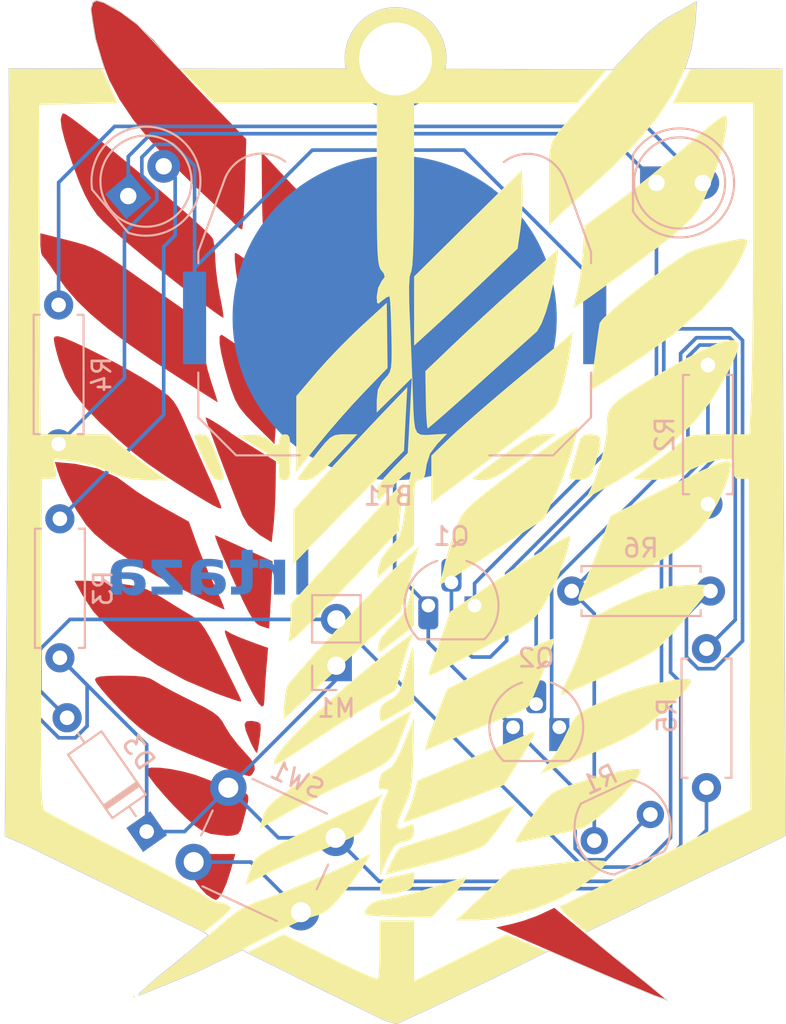
<source format=kicad_pcb>
(kicad_pcb (version 20240108) (generator "pcbnew") (generator_version "8.0")
  (layers (0 "F.Cu" signal) (31 "B.Cu" signal) (34 "B.Paste" user) (35 "F.Paste" user) (36 "B.SilkS" user "B.Silkscreen") (37 "F.SilkS" user "F.Silkscreen") (38 "B.Mask" user) (39 "F.Mask" user) (44 "Edge.Cuts" user))
  (net 0 "")
  (net 1 "VCC")
  (net 2 "GND")
  (net 3 "Net-(D1-A)")
  (net 4 "Net-(D1-K)")
  (net 5 "Net-(D2-A)")
  (net 6 "Net-(D3-A)")
  (net 7 "Net-(Q1-B)")
  (net 8 "Net-(Q2-B)")
  (net 9 "Net-(R1-Pad2)")
  (net 10 "Net-(R5-Pad1)")
  (footprint "1_Art:Blue" (layer "F.Cu") (at 202.810053 82.4158)
    (property "Reference" "" (hide yes))
    (property "Value" "" (hide yes))
    (fp_poly (pts (xy -7.885198 10.694738) (xy -7.608537 10.749148) (xy -7.479435 10.863459) (xy -7.461307 11.123963) (xy -7.512161 11.574557) (xy -7.580405 12.044886) (xy -7.642677 12.366992) (xy -7.670121 12.447403) (xy -7.759662 12.355856) (xy -7.927362 12.052546) (xy -8.039694 11.816347) (xy -8.280539 11.230324) (xy -8.351496 10.873311) (xy -8.247008 10.704964) (xy -7.961516 10.684936)) (fill solid) (layer "F.Cu"))
    (fp_poly (pts (xy -9.111687 18.892236) (xy -9.339341 19.587549) (xy -9.58079 20.123349) (xy -9.8074 20.443466) (xy -9.935999 20.509317) (xy -10.130739 20.420567) (xy -10.440301 20.205639) (xy -10.457379 20.192288) (xy -10.760724 19.875657) (xy -11.095692 19.413163) (xy -11.400334 18.906112) (xy -11.612698 18.455814) (xy -11.674534 18.201868) (xy -11.601291 18.093562) (xy -11.349459 18.026319) (xy -10.870887 17.992728) (xy -10.266448 17.985093) (xy -8.858363 17.985093)) (fill solid) (layer "F.Cu"))
    (fp_poly (pts (xy -9.29139 5.779998) (xy -9.035429 5.922346) (xy -8.581785 6.121219) (xy -8.06468 6.320188) (xy -7.057931 6.683477) (xy -7.157537 7.861815) (xy -7.207063 8.507611) (xy -7.242727 9.086909) (xy -7.257114 9.478546) (xy -7.257143 9.489641) (xy -7.291565 9.826046) (xy -7.400084 9.90633) (xy -7.59058 9.721408) (xy -7.870932 9.262192) (xy -8.249019 8.519597) (xy -8.432852 8.1338) (xy -8.870088 7.193554) (xy -9.176331 6.508655) (xy -9.361432 6.052096) (xy -9.43524 5.796876) (xy -9.407604 5.715989)) (fill solid) (layer "F.Cu"))
    (fp_poly (pts (xy -9.963559 0.500341) (xy -9.774321 0.584082) (xy -9.364372 0.769556) (xy -8.79973 1.0268) (xy -8.323363 1.244722) (xy -6.811969 1.937269) (xy -6.898092 3.768945) (xy -6.933331 4.488765) (xy -6.964864 5.078762) (xy -6.989155 5.476237) (xy -7.002356 5.618463) (xy -7.145257 5.586819) (xy -7.424457 5.496957) (xy -7.593325 5.418752) (xy -7.755086 5.283188) (xy -7.930908 5.053102) (xy -8.141962 4.691332) (xy -8.409415 4.160718) (xy -8.754436 3.424097) (xy -9.198194 2.444308) (xy -9.327108 2.156863) (xy -9.612427 1.50155) (xy -9.827484 0.971413) (xy -9.951798 0.619756) (xy -9.964891 0.499884)) (fill solid) (layer "F.Cu"))
    (fp_poly (pts (xy -9.596354 -10.483116) (xy -9.37057 -10.339125) (xy -8.960548 -10.065973) (xy -8.430938 -9.707906) (xy -7.846384 -9.309175) (xy -7.271536 -8.914028) (xy -6.771039 -8.566714) (xy -6.409542 -8.311481) (xy -6.256502 -8.197102) (xy -6.219041 -7.985754) (xy -6.302116 -7.74621) (xy -6.39365 -7.444184) (xy -6.48712 -6.919209) (xy -6.567468 -6.263406) (xy -6.594998 -5.954428) (xy -6.709327 -4.496274) (xy -7.755276 -5.529794) (xy -8.275696 -6.063346) (xy -8.625787 -6.493918) (xy -8.871935 -6.927154) (xy -9.080529 -7.468697) (xy -9.192824 -7.817372) (xy -9.449842 -8.704541) (xy -9.627941 -9.454113) (xy -9.72137 -10.028085) (xy -9.724374 -10.388457) (xy -9.631202 -10.497225)) (fill solid) (layer "F.Cu"))
    (fp_poly (pts (xy 10.362494 22.349375) (xy 11.127689 22.978918) (xy 11.944488 23.645765) (xy 12.714381 24.269769) (xy 13.331056 24.764577) (xy 13.986825 25.28735) (xy 14.430447 25.644215) (xy 14.697341 25.864889) (xy 14.822928 25.979088) (xy 14.842628 26.016526) (xy 14.821926 26.015336) (xy 14.659434 25.951546) (xy 14.258519 25.786121) (xy 13.671192 25.540741) (xy 12.94946 25.237087) (xy 12.542236 25.065017) (xy 11.564344 24.6494) (xy 10.42302 24.161448) (xy 9.244001 23.655074) (xy 8.153023 23.184193) (xy 7.893572 23.071743) (xy 5.453604 22.013068) (xy 6.315933 21.821707) (xy 6.978636 21.638344) (xy 7.659668 21.395415) (xy 7.917152 21.284422) (xy 8.656044 20.938497)) (fill solid) (layer "F.Cu"))
    (fp_poly (pts (xy -6.275067 -19.285029) (xy -5.286783 -18.246148) (xy -4.195288 -17.132145) (xy -3.092009 -16.034662) (xy -2.06837 -15.045339) (xy -1.695963 -14.695086) (xy -1.26957 -14.285432) (xy -0.952213 -13.956445) (xy -0.799712 -13.766695) (xy -0.793837 -13.748502) (xy -0.850206 -13.610502) (xy -1.030825 -13.381515) (xy -1.368394 -13.025667) (xy -1.895613 -12.507082) (xy -2.138175 -12.273606) (xy -3.076397 -11.373921) (xy -5.127329 -13.2947) (xy -5.858211 -13.996434) (xy -6.471537 -14.619394) (xy -6.934095 -15.127758) (xy -7.212672 -15.485705) (xy -7.277918 -15.614262) (xy -7.315408 -15.91348) (xy -7.349257 -16.458217) (xy -7.376334 -17.178462) (xy -7.393508 -18.004205) (xy -7.396241 -18.259563) (xy -7.414907 -20.506083)) (fill solid) (layer "F.Cu"))
    (fp_poly (pts (xy -10.352672 -5.910805) (xy -10.044293 -5.735701) (xy -9.658519 -5.494563) (xy -9.286573 -5.243877) (xy -9.071428 -5.083468) (xy -8.870888 -4.946219) (xy -8.474785 -4.691913) (xy -7.956973 -4.367724) (xy -7.771226 -4.252985) (xy -6.628788 -3.54969) (xy -6.64456 -2.208696) (xy -6.664993 -1.447197) (xy -6.704331 -0.677433) (xy -6.754571 -0.051352) (xy -6.761532 0.011968) (xy -6.862733 0.891639) (xy -7.521266 0.494236) (xy -8.150964 -0.041855) (xy -8.449549 -0.543199) (xy -8.665378 -1.070037) (xy -8.932067 -1.74319) (xy -9.229022 -2.508016) (xy -9.535648 -3.309873) (xy -9.83135 -4.094117) (xy -10.095533 -4.806107) (xy -10.307601 -5.3912) (xy -10.446961 -5.794753) (xy -10.493017 -5.962125) (xy -10.492438 -5.963388)) (fill solid) (layer "F.Cu"))
    (fp_poly (pts (xy -13.001722 13.251556) (xy -12.409725 13.324668) (xy -11.751145 13.45585) (xy -11.085166 13.637883) (xy -10.491304 13.854834) (xy -9.841991 14.119383) (xy -9.204252 14.359673) (xy -8.719493 14.52262) (xy -8.413335 14.609539) (xy -8.224367 14.693843) (xy -8.142421 14.837741) (xy -8.157327 15.103443) (xy -8.258917 15.553158) (xy -8.437019 16.249095) (xy -8.43717 16.249689) (xy -8.562663 16.682645) (xy -8.717213 16.895248) (xy -9.003071 16.974066) (xy -9.317608 16.995062) (xy -10.202197 16.887763) (xy -10.709629 16.691524) (xy -11.075367 16.440009) (xy -11.571737 16.003023) (xy -12.137197 15.445349) (xy -12.710203 14.831768) (xy -13.229213 14.227062) (xy -13.632683 13.696013) (xy -13.786399 13.452843) (xy -13.749241 13.308424) (xy -13.467955 13.243735)) (fill solid) (layer "F.Cu"))
    (fp_poly (pts (xy -8.680264 -14.892802) (xy -8.312107 -14.632474) (xy -7.799103 -14.242598) (xy -7.185074 -13.759174) (xy -6.513843 -13.218204) (xy -5.829231 -12.655691) (xy -5.175062 -12.107636) (xy -4.595159 -11.61004) (xy -4.133342 -11.198906) (xy -3.833436 -10.910236) (xy -3.73894 -10.780637) (xy -3.853023 -10.64289) (xy -4.133092 -10.329055) (xy -4.529972 -9.893835) (xy -4.773039 -9.630309) (xy -5.775651 -8.547395) (xy -6.884773 -9.386585) (xy -7.41845 -9.798649) (xy -7.764226 -10.114123) (xy -7.986792 -10.425509) (xy -8.150841 -10.825308) (xy -8.321062 -11.406021) (xy -8.336835 -11.462887) (xy -8.484007 -12.060213) (xy -8.622858 -12.739257) (xy -8.743283 -13.431896) (xy -8.835173 -14.070007) (xy -8.888424 -14.585469) (xy -8.892929 -14.91016) (xy -8.859751 -14.987578)) (fill solid) (layer "F.Cu"))
    (fp_poly (pts (xy -17.643181 -3.411027) (xy -16.439427 -3.161807) (xy -15.333223 -2.666913) (xy -14.57842 -2.11879) (xy -14.284677 -1.902673) (xy -13.793209 -1.588882) (xy -13.184905 -1.22784) (xy -12.809912 -1.016369) (xy -11.405817 -0.240501) (xy -10.981722 0.944656) (xy -10.691354 1.697034) (xy -10.330703 2.549673) (xy -9.975748 3.323253) (xy -9.961539 3.352484) (xy -9.705231 3.899748) (xy -9.528174 4.320465) (xy -9.456394 4.550667) (xy -9.464085 4.575155) (xy -9.633247 4.508491) (xy -10.031509 4.325203) (xy -10.606041 4.050343) (xy -11.304013 3.708966) (xy -11.604651 3.560038) (xy -13.250645 2.700258) (xy -14.639889 1.886577) (xy -15.759688 1.127489) (xy -16.597347 0.431488) (xy -17.07521 -0.100302) (xy -17.584128 -0.865217) (xy -18.057106 -1.703413) (xy -18.434452 -2.502042) (xy -18.62613 -3.032319) (xy -18.764635 -3.515255)) (fill solid) (layer "F.Cu"))
    (fp_poly (pts (xy -16.637639 3.017417) (xy -16.000943 3.070156) (xy -15.295436 3.145288) (xy -15.141203 3.16402) (xy -14.389361 3.27857) (xy -13.822667 3.430396) (xy -13.310812 3.663508) (xy -12.857764 3.935209) (xy -12.267664 4.306217) (xy -11.679879 4.666208) (xy -11.280124 4.903132) (xy -11.010532 5.081933) (xy -10.770607 5.311784) (xy -10.525051 5.644327) (xy -10.238567 6.131205) (xy -9.875856 6.824058) (xy -9.623602 7.326664) (xy -9.197022 8.18318) (xy -8.892483 8.79671) (xy -8.692514 9.207281) (xy -8.579648 9.454916) (xy -8.536413 9.579641) (xy -8.545342 9.621481) (xy -8.588965 9.620461) (xy -8.62443 9.615932) (xy -8.824591 9.560616) (xy -9.240685 9.420336) (xy -9.793643 9.222065) (xy -9.971299 9.15646) (xy -11.618925 8.454164) (xy -13.153994 7.624191) (xy -14.534866 6.697215) (xy -15.719905 5.70391) (xy -16.667471 4.674949) (xy -17.25921 3.787655) (xy -17.689258 2.997515) (xy -17.083658 2.997515)) (fill solid) (layer "F.Cu"))
    (fp_poly (pts (xy -16.07889 -28.734342) (xy -15.483204 -28.412347) (xy -15.12597 -28.19128) (xy -14.239987 -27.520403) (xy -13.329888 -26.629816) (xy -13.010478 -26.267702) (xy -12.510664 -25.696648) (xy -11.859592 -24.979037) (xy -11.128495 -24.192042) (xy -10.388604 -23.41284) (xy -10.098162 -23.112423) (xy -8.2565 -21.219255) (xy -8.325853 -18.734472) (xy -8.355511 -17.889913) (xy -8.392434 -17.169219) (xy -8.432967 -16.625426) (xy -8.473456 -16.31157) (xy -8.496671 -16.255691) (xy -8.680341 -16.361581) (xy -8.777531 -16.452896) (xy -8.946591 -16.619112) (xy -9.305099 -16.962442) (xy -9.812324 -17.444188) (xy -10.427535 -18.02565) (xy -11.02011 -18.583644) (xy -12.40596 -19.932873) (xy -13.548803 -21.156133) (xy -14.474667 -22.292317) (xy -15.209577 -23.380318) (xy -15.779561 -24.45903) (xy -16.210644 -25.567344) (xy -16.528853 -26.744154) (xy -16.551847 -26.850077) (xy -16.725569 -27.754674) (xy -16.784859 -28.376846) (xy -16.709993 -28.735145) (xy -16.481245 -28.848126)) (fill solid) (layer "F.Cu"))
    (fp_poly (pts (xy -14.392762 8.21638) (xy -13.889029 8.263387) (xy -13.537975 8.358319) (xy -13.258515 8.514747) (xy -13.254343 8.51771) (xy -12.927263 8.718166) (xy -12.397729 9.007747) (xy -11.749091 9.341885) (xy -11.287112 9.569588) (xy -10.584445 9.91986) (xy -10.108226 10.192958) (xy -9.795028 10.43632) (xy -9.581421 10.697383) (xy -9.439261 10.951567) (xy -9.146459 11.424605) (xy -8.72863 11.9689) (xy -8.407856 12.327463) (xy -8.004347 12.77795) (xy -7.811664 13.098056) (xy -7.792908 13.352824) (xy -7.803741 13.39237) (xy -7.960934 13.654414) (xy -8.096035 13.71984) (xy -8.305837 13.663524) (xy -8.748691 13.513312) (xy -9.363979 13.290699) (xy -10.091081 13.017182) (xy -10.254658 12.954381) (xy -11.399836 12.50435) (xy -12.304133 12.121609) (xy -13.025424 11.771951) (xy -13.621585 11.421171) (xy -14.150494 11.035061) (xy -14.670026 10.579417) (xy -15.238057 10.020031) (xy -15.263664 9.993934) (xy -15.774988 9.453634) (xy -16.191883 8.977515) (xy -16.469985 8.618718) (xy -16.565217 8.434974) (xy -16.506187 8.322171) (xy -16.29407 8.251684) (xy -15.876329 8.215043) (xy -15.200426 8.203784) (xy -15.130255 8.203726)) (fill solid) (layer "F.Cu"))
    (fp_poly (pts (xy -18.31435 -10.337994) (xy -17.81373 -10.133937) (xy -17.153507 -9.829095) (xy -16.390303 -9.452312) (xy -15.58074 -9.032433) (xy -14.781438 -8.5983) (xy -14.049019 -8.178757) (xy -13.440105 -7.802649) (xy -13.322255 -7.724496) (xy -12.842018 -7.394192) (xy -12.498034 -7.120514) (xy -12.236868 -6.833163) (xy -12.005084 -6.461839) (xy -11.749249 -5.936242) (xy -11.447727 -5.258333) (xy -11.119037 -4.513343) (xy -10.807074 -3.809618) (xy -10.550742 -3.234733) (xy -10.408322 -2.918634) (xy -10.172762 -2.387417) (xy -9.943477 -1.847285) (xy -9.754904 -1.382164) (xy -9.641481 -1.07598) (xy -9.623602 -1.006199) (xy -9.668583 -0.95909) (xy -9.827471 -1.005088) (xy -10.136187 -1.162944) (xy -10.630654 -1.451413) (xy -11.34679 -1.889244) (xy -11.51677 -1.994519) (xy -12.662729 -2.723891) (xy -13.616282 -3.379949) (xy -14.466821 -4.031323) (xy -15.303737 -4.746646) (xy -16.21642 -5.594547) (xy -16.259663 -5.635923) (xy -17.107339 -6.507584) (xy -17.73391 -7.310356) (xy -18.19301 -8.13051) (xy -18.538274 -9.05432) (xy -18.665191 -9.50528) (xy -18.790394 -10.009067) (xy -18.826688 -10.280357) (xy -18.768819 -10.390887) (xy -18.611532 -10.412396) (xy -18.598746 -10.412423)) (fill solid) (layer "F.Cu"))
    (fp_poly (pts (xy -18.182089 -15.707498) (xy -17.583115 -15.552109) (xy -17.10594 -15.411202) (xy -16.691447 -15.253922) (xy -16.280519 -15.049415) (xy -15.814039 -14.766825) (xy -15.23289 -14.375299) (xy -14.477955 -13.843981) (xy -14.108193 -13.581214) (xy -13.364879 -13.053689) (xy -12.648851 -12.547362) (xy -12.030029 -12.111557) (xy -11.578336 -11.795593) (xy -11.490212 -11.734542) (xy -11.114474 -11.462419) (xy -10.893154 -11.22789) (xy -10.774381 -10.930116) (xy -10.706282 -10.468257) (xy -10.675653 -10.151028) (xy -10.565168 -9.411619) (xy -10.378831 -8.576724) (xy -10.187193 -7.921765) (xy -10.0073 -7.382846) (xy -9.880427 -6.983302) (xy -9.82921 -6.794964) (xy -9.830206 -6.788972) (xy -9.966273 -6.870989) (xy -10.322312 -7.094062) (xy -10.852477 -7.429245) (xy -11.510926 -7.847592) (xy -11.940714 -8.121512) (xy -13.502579 -9.13964) (xy -14.813317 -10.04503) (xy -15.904808 -10.864465) (xy -16.808928 -11.624729) (xy -17.557557 -12.352606) (xy -18.182572 -13.074878) (xy -18.709347 -13.808375) (xy -19.02912 -14.280276) (xy -19.290249 -14.63514) (xy -19.439452 -14.800833) (xy -19.44441 -14.80352) (xy -19.520604 -14.979573) (xy -19.560852 -15.34986) (xy -19.562733 -15.457452) (xy -19.562733 -16.058796)) (fill solid) (layer "F.Cu"))
    (fp_poly (pts (xy -18.143237 -22.567257) (xy -17.780279 -22.317363) (xy -17.248941 -21.916277) (xy -16.583423 -21.392683) (xy -15.817923 -20.775262) (xy -14.98664 -20.092697) (xy -14.123771 -19.373669) (xy -13.263514 -18.646861) (xy -12.440069 -17.940954) (xy -11.687633 -17.284632) (xy -11.040404 -16.706576) (xy -10.532582 -16.235469) (xy -10.198364 -15.899992) (xy -10.073179 -15.734394) (xy -10.010001 -15.371237) (xy -9.965444 -14.846911) (xy -9.954856 -14.564041) (xy -9.911783 -13.973997) (xy -9.815034 -13.245456) (xy -9.699707 -12.607916) (xy -9.59041 -12.051357) (xy -9.522393 -11.63038) (xy -9.508384 -11.425437) (xy -9.511536 -11.418485) (xy -9.647473 -11.490536) (xy -9.983678 -11.723889) (xy -10.472812 -12.084277) (xy -11.067533 -12.537433) (xy -11.210276 -12.648068) (xy -12.54678 -13.697565) (xy -13.721877 -14.641625) (xy -14.717158 -15.464705) (xy -15.514215 -16.151264) (xy -16.094639 -16.685757) (xy -16.44002 -17.052643) (xy -16.464354 -17.084076) (xy -16.807483 -17.585698) (xy -17.112571 -18.140947) (xy -17.412922 -18.821608) (xy -17.741842 -19.699463) (xy -17.930967 -20.245187) (xy -18.228009 -21.171696) (xy -18.398364 -21.844796) (xy -18.447213 -22.297732) (xy -18.379733 -22.563748) (xy -18.303619 -22.637278)) (fill solid) (layer "F.Cu"))
  )
  (footprint "1_Art:Outline_W" (layer "F.Cu") (at 202.82 82.43)
    (property "Reference" "White" (hide yes))
    (property "Value" "")
  )
  (footprint "Battery:BatteryHolder_Keystone_3034_1x20mm" (layer "B.Cu") (at 202.7 71)
    (property "Reference" "BT1" (at -0.353292 9.773478 0) (layer "B.SilkS") (effects (justify mirror)))
    (property "Value" "Battery_Cell")
    (pad "1" smd rect (at -10.984998 0) (size 1.27 5.08) (layers "B.Cu" "B.Paste" "B.Mask") (net 1 "VCC"))
    (pad "1" smd rect (at 10.984998 0) (size 1.27 5.08) (layers "B.Cu" "B.Paste" "B.Mask") (net 1 "VCC"))
    (pad "2" smd circle (at 0 0) (size 17.8 17.8) (layers "B.Cu" "B.Mask") (net 2 "GND"))
  )
  (footprint "Resistor_THT:R_Axial_DIN0207_L6.3mm_D2.5mm_P7.62mm_Horizontal" (layer "B.Cu") (at 219.9 73.59 -90)
    (property "Reference" "R2" (at 3.81 2.37 90) (layer "B.SilkS") (effects (justify mirror)))
    (property "Value" "R")
    (pad "1" thru_hole circle (at 0 0 270) (size 1.6 1.6) (drill 0.8) (layers "*.Cu" "*.Mask") (net 9 "Net-(R1-Pad2)"))
    (pad "2" thru_hole oval (at 7.62 0 270) (size 1.6 1.6) (drill 0.8) (layers "*.Cu" "*.Mask") (net 1 "VCC"))
  )
  (footprint "Connector_PinHeader_2.54mm:PinHeader_1x02_P2.54mm_Vertical" (layer "B.Cu") (at 199.5 90.075)
    (property "Reference" "M1" (at 0.000002 2.329999 0) (layer "B.SilkS") (effects (justify mirror)))
    (property "Value" "Motor_DC")
    (pad "1" thru_hole rect (at 0 0) (size 1.7 1.7) (drill 1) (layers "*.Cu" "*.Mask") (net 1 "VCC"))
    (pad "2" thru_hole oval (at 0 -2.540001) (size 1.7 1.7) (drill 1) (layers "*.Cu" "*.Mask") (net 6 "Net-(D3-A)"))
  )
  (footprint "Package_TO_SOT_THT:TO-92L_HandSolder" (layer "B.Cu") (at 207.0875 86.7764 180)
    (property "Reference" "Q1" (at 1.27 3.8 0) (layer "B.SilkS") (effects (justify mirror)))
    (property "Value" "NPN")
    (pad "1" thru_hole rect (at 0 0 180) (size 1.1 1.8) (drill 0.75 (offset 0 -0.4)) (layers "*.Cu" "*.Mask") (net 4 "Net-(D1-K)"))
    (pad "2" thru_hole roundrect (at 1.27 1.27 180) (size 1.1 1.8) (drill 0.75 (offset 0 0.4)) (layers "*.Cu" "*.Mask") (net 7 "Net-(Q1-B)"))
    (pad "3" thru_hole roundrect (at 2.54 0 180) (size 1.1 1.8) (drill 0.75 (offset 0 -0.4)) (layers "*.Cu" "*.Mask") (net 2 "GND"))
  )
  (footprint "Resistor_THT:R_Axial_DIN0207_L6.3mm_D2.5mm_P7.62mm_Horizontal" (layer "B.Cu") (at 184.249999 77.910001 90)
    (property "Reference" "R4" (at 3.810001 2.37 90) (layer "B.SilkS") (effects (justify mirror)))
    (property "Value" "R")
    (pad "1" thru_hole circle (at 0 0 90) (size 1.6 1.6) (drill 0.8) (layers "*.Cu" "*.Mask") (net 1 "VCC"))
    (pad "2" thru_hole oval (at 7.620001 -0.000001 90) (size 1.6 1.6) (drill 0.8) (layers "*.Cu" "*.Mask") (net 3 "Net-(D1-A)"))
  )
  (footprint "Diode_THT:D_DO-35_SOD27_P7.62mm_Horizontal" (layer "B.Cu") (at 189.0853 99.171 125)
    (property "Reference" "D3" (at 3.810001 2.120001 125) (layer "B.SilkS") (effects (justify mirror)))
    (property "Value" "D")
    (pad "1" thru_hole rect (at 0 0 125) (size 1.6 1.6) (drill 0.8) (layers "*.Cu" "*.Mask") (net 1 "VCC"))
    (pad "2" thru_hole oval (at 7.620003 -0.000001 125) (size 1.6 1.6) (drill 0.8) (layers "*.Cu" "*.Mask") (net 6 "Net-(D3-A)"))
  )
  (footprint "LED_THT:LED_D5.0mm" (layer "B.Cu") (at 217.075 63.6)
    (property "Reference" "D1" (hide yes))
    (property "Value" "LED")
    (pad "1" thru_hole rect (at 0 0) (size 1.8 1.8) (drill 0.9) (layers "*.Cu" "*.Mask") (net 4 "Net-(D1-K)"))
    (pad "2" thru_hole circle (at 2.540001 0) (size 1.8 1.8) (drill 0.9) (layers "*.Cu" "*.Mask") (net 3 "Net-(D1-A)"))
  )
  (footprint "Package_TO_SOT_THT:TO-92L_HandSolder" (layer "B.Cu") (at 211.74 93.45 180)
    (property "Reference" "Q2" (at 1.27 3.8 0) (layer "B.SilkS") (effects (justify mirror)))
    (property "Value" "NPN")
    (pad "1" thru_hole rect (at 0 0 180) (size 1.1 1.8) (drill 0.75 (offset 0 -0.4)) (layers "*.Cu" "*.Mask") (net 6 "Net-(D3-A)"))
    (pad "2" thru_hole roundrect (at 1.27 1.27 180) (size 1.1 1.8) (drill 0.75 (offset 0 0.4)) (layers "*.Cu" "*.Mask") (net 8 "Net-(Q2-B)"))
    (pad "3" thru_hole roundrect (at 2.540001 0 180) (size 1.1 1.8) (drill 0.75 (offset 0 -0.4)) (layers "*.Cu" "*.Mask") (net 2 "GND"))
  )
  (footprint "Resistor_THT:R_Axial_DIN0207_L6.3mm_D2.5mm_P7.62mm_Horizontal" (layer "B.Cu") (at 212.4199 85.979701)
    (property "Reference" "R6" (at 3.796012 -2.355072 0) (layer "B.SilkS") (effects (justify mirror)))
    (property "Value" "R")
    (pad "1" thru_hole circle (at 0 0) (size 1.6 1.6) (drill 0.8) (layers "*.Cu" "*.Mask") (net 9 "Net-(R1-Pad2)"))
    (pad "2" thru_hole oval (at 7.620001 0.000001) (size 1.6 1.6) (drill 0.8) (layers "*.Cu" "*.Mask") (net 7 "Net-(Q1-B)"))
  )
  (footprint "LED_THT:LED_D5.0mm" (layer "B.Cu") (at 188.073293 64.319555 40)
    (property "Reference" "D2" (hide yes))
    (property "Value" "LED")
    (pad "1" thru_hole rect (at 0 0 40) (size 1.8 1.8) (drill 0.9) (layers "*.Cu" "*.Mask") (net 4 "Net-(D1-K)"))
    (pad "2" thru_hole circle (at 2.540003 0 40) (size 1.8 1.8) (drill 0.9) (layers "*.Cu" "*.Mask") (net 5 "Net-(D2-A)"))
  )
  (footprint "OptoDevice:R_LDR_5.1x4.3mm_P3.4mm_Vertical" (layer "B.Cu") (at 216.7407 98.2315 -155)
    (property "Reference" "R1" (at 1.7 2.9 25) (layer "B.SilkS") (effects (justify mirror)))
    (property "Value" "R_Photo")
    (pad "1" thru_hole circle (at 0 0 205) (size 1.5 1.5) (drill 0.8) (layers "*.Cu" "*.Mask") (net 2 "GND"))
    (pad "2" thru_hole circle (at 3.4 -0.000001 205) (size 1.5 1.5) (drill 0.8) (layers "*.Cu" "*.Mask") (net 9 "Net-(R1-Pad2)"))
  )
  (footprint "Resistor_THT:R_Axial_DIN0207_L6.3mm_D2.5mm_P7.62mm_Horizontal" (layer "B.Cu") (at 184.32 89.64 90)
    (property "Reference" "R3" (at 3.810001 2.37 90) (layer "B.SilkS") (effects (justify mirror)))
    (property "Value" "R")
    (pad "1" thru_hole circle (at 0 0 90) (size 1.6 1.6) (drill 0.8) (layers "*.Cu" "*.Mask") (net 1 "VCC"))
    (pad "2" thru_hole oval (at 7.620001 -0.000002 90) (size 1.6 1.6) (drill 0.8) (layers "*.Cu" "*.Mask") (net 5 "Net-(D2-A)"))
  )
  (footprint "Button_Switch_THT:SW_PUSH_6mm" (layer "B.Cu") (at 199.4592 99.5128 155)
    (property "Reference" "SW1" (at 3.25 1.999999 155) (layer "B.SilkS") (effects (justify mirror)))
    (property "Value" "SW_Push")
    (pad "1" thru_hole circle (at 0 0 65) (size 2 2) (drill 1.1) (layers "*.Cu" "*.Mask") (net 1 "VCC"))
    (pad "1" thru_hole circle (at 6.5 0 65) (size 2 2) (drill 1.1) (layers "*.Cu" "*.Mask") (net 1 "VCC"))
    (pad "2" thru_hole circle (at 0.000001 -4.5 65) (size 2 2) (drill 1.1) (layers "*.Cu" "*.Mask") (net 10 "Net-(R5-Pad1)"))
    (pad "2" thru_hole circle (at 6.499999 -4.5 65) (size 2 2) (drill 1.1) (layers "*.Cu" "*.Mask") (net 10 "Net-(R5-Pad1)"))
  )
  (footprint "Resistor_THT:R_Axial_DIN0207_L6.3mm_D2.5mm_P7.62mm_Horizontal" (layer "B.Cu") (at 219.82 96.76 90)
    (property "Reference" "R5" (at 3.960001 -2.17 90) (layer "B.SilkS") (effects (justify mirror)))
    (property "Value" "R")
    (pad "1" thru_hole circle (at 0 0 90) (size 1.6 1.6) (drill 0.8) (layers "*.Cu" "*.Mask") (net 10 "Net-(R5-Pad1)"))
    (pad "2" thru_hole oval (at 7.620001 -0.000001 90) (size 1.6 1.6) (drill 0.8) (layers "*.Cu" "*.Mask") (net 8 "Net-(Q2-B)"))
  )
  (gr_arc (start 200.755086 57.308312) (mid 202.758058 54.74136) (end 204.740874 57.323914) (stroke (width 1.5)) (layer "F.SilkS"))
  (gr_line (start 217.38 54.74) (end 217.62 54.58) (stroke (width 0.05)) (layer "Edge.Cuts"))
  (gr_line (start 214.73 106.04) (end 215.51 106.66) (stroke (width 0.05)) (layer "Edge.Cuts"))
  (gr_line (start 181.54 59.44) (end 181.52 57.33) (stroke (width 0.05)) (layer "Edge.Cuts"))
  (gr_line (start 223.97 68.15) (end 224.03 78.47) (stroke (width 0.05)) (layer "Edge.Cuts"))
  (gr_line (start 214.32 107.07) (end 211.17 105.71) (stroke (width 0.05)) (layer "Edge.Cuts"))
  (gr_line (start 185.39 101.35) (end 184.82 101.07) (stroke (width 0.05)) (layer "Edge.Cuts"))
  (gr_line (start 223.95 57.34) (end 223.97 57.34) (stroke (width 0.05)) (layer "Edge.Cuts"))
  (gr_line (start 223.97 61.04) (end 223.97 62.55) (stroke (width 0.05)) (layer "Edge.Cuts"))
  (gr_line (start 213.14 104.72) (end 213.88 105.34) (stroke (width 0.05)) (layer "Edge.Cuts"))
  (gr_line (start 219.19 54.94) (end 218.98 56.23) (stroke (width 0.05)) (layer "Edge.Cuts"))
  (gr_line (start 213.88 105.34) (end 214.73 106.04) (stroke (width 0.05)) (layer "Edge.Cuts"))
  (gr_line (start 181.41 86.85) (end 181.46 80.94) (stroke (width 0.05)) (layer "Edge.Cuts"))
  (gr_line (start 192.21 104.67) (end 191.41 104.28) (stroke (width 0.05)) (layer "Edge.Cuts"))
  (gr_line (start 188.57 54.9) (end 190.87 57.34) (stroke (width 0.05)) (layer "Edge.Cuts"))
  (gr_line (start 202.8 109.72) (end 202.12 109.51) (stroke (width 0.05)) (layer "Edge.Cuts"))
  (gr_line (start 217.66 108.42) (end 216.91 108.15) (stroke (width 0.05)) (layer "Edge.Cuts"))
  (gr_line (start 188.7 108.14) (end 188.64 108.14) (stroke (width 0.05)) (layer "Edge.Cuts"))
  (gr_line (start 186.33 53.6) (end 186.72 53.7) (stroke (width 0.05)) (layer "Edge.Cuts"))
  (gr_line (start 221.96 100.46) (end 220.48 101.16) (stroke (width 0.05)) (layer "Edge.Cuts"))
  (gr_arc (start 200.049981 57.359277) (mid 202.755533 53.982096) (end 205.447561 57.370066) (stroke (width 0.05)) (layer "Edge.Cuts"))
  (gr_line (start 219.26 53.66) (end 219.28 53.66) (stroke (width 0.05)) (layer "Edge.Cuts"))
  (gr_line (start 186.62 56.88) (end 186.27 55.68) (stroke (width 0.05)) (layer "Edge.Cuts"))
  (gr_line (start 216.55 55.41) (end 217.38 54.74) (stroke (width 0.05)) (layer "Edge.Cuts"))
  (gr_line (start 224.03 78.47) (end 224.17 99.39) (stroke (width 0.05)) (layer "Edge.Cuts"))
  (gr_line (start 188.62 108.1) (end 189.7 107.15) (stroke (width 0.05)) (layer "Edge.Cuts"))
  (gr_line (start 217.62 54.58) (end 218.71 53.98) (stroke (width 0.05)) (layer "Edge.Cuts"))
  (gr_line (start 190.87 57.34) (end 200.049981 57.359277) (stroke (width 0.05)) (layer "Edge.Cuts"))
  (gr_line (start 218.71 53.98) (end 219.26 53.66) (stroke (width 0.05)) (layer "Edge.Cuts"))
  (gr_line (start 186.12 53.73) (end 186.13 53.7) (stroke (width 0.05)) (layer "Edge.Cuts"))
  (gr_line (start 215.51 106.66) (end 216.46 107.42) (stroke (width 0.05)) (layer "Edge.Cuts"))
  (gr_line (start 204.54 108.92) (end 202.8 109.72) (stroke (width 0.05)) (layer "Edge.Cuts"))
  (gr_line (start 194.35 105.66) (end 192.13 106.72) (stroke (width 0.05)) (layer "Edge.Cuts"))
  (gr_line (start 217.08 107.93) (end 217.66 108.42) (stroke (width 0.05)) (layer "Edge.Cuts"))
  (gr_line (start 186.72 57.33) (end 186.77 57.33) (stroke (width 0.05)) (layer "Edge.Cuts"))
  (gr_line (start 198.09 107.54) (end 196.86 106.92) (stroke (width 0.05)) (layer "Edge.Cuts"))
  (gr_line (start 182.44 99.91) (end 181.31 99.42) (stroke (width 0.05)) (layer "Edge.Cuts"))
  (gr_line (start 214.68 57.39) (end 216.55 55.41) (stroke (width 0.05)) (layer "Edge.Cuts"))
  (gr_line (start 205.449957 57.370617) (end 205.999954 57.371772) (stroke (width 0.05)) (layer "Edge.Cuts"))
  (gr_line (start 186.12 54.78) (end 186.02 54.08) (stroke (width 0.05)) (layer "Edge.Cuts"))
  (gr_line (start 223.97 57.34) (end 223.97 59.19) (stroke (width 0.05)) (layer "Edge.Cuts"))
  (gr_line (start 186.72 53.7) (end 187.68 54.24) (stroke (width 0.05)) (layer "Edge.Cuts"))
  (gr_line (start 207.91 107.31) (end 207.19 107.65) (stroke (width 0.05)) (layer "Edge.Cuts"))
  (gr_line (start 181.54 63.56) (end 181.54 59.44) (stroke (width 0.05)) (layer "Edge.Cuts"))
  (gr_line (start 189.7 107.15) (end 191.51 105.68) (stroke (width 0.05)) (layer "Edge.Cuts"))
  (gr_line (start 192.47 104.86) (end 192.21 104.67) (stroke (width 0.05)) (layer "Edge.Cuts"))
  (gr_line (start 220.48 101.16) (end 213.14 104.72) (stroke (width 0.05)) (layer "Edge.Cuts"))
  (gr_line (start 188.64 108.14) (end 188.62 108.1) (stroke (width 0.05)) (layer "Edge.Cuts"))
  (gr_line (start 211.17 105.71) (end 210.59 105.99) (stroke (width 0.05)) (layer "Edge.Cuts"))
  (gr_line (start 210.59 105.99) (end 207.91 107.31) (stroke (width 0.05)) (layer "Edge.Cuts"))
  (gr_line (start 191.51 105.68) (end 192.47 104.86) (stroke (width 0.05)) (layer "Edge.Cuts"))
  (gr_line (start 190.96 107.22) (end 188.7 108.14) (stroke (width 0.05)) (layer "Edge.Cuts"))
  (gr_line (start 216.46 107.42) (end 217.08 107.93) (stroke (width 0.05)) (layer "Edge.Cuts"))
  (gr_line (start 184.82 101.07) (end 182.44 99.91) (stroke (width 0.05)) (layer "Edge.Cuts"))
  (gr_line (start 191.56 106.98) (end 190.96 107.22) (stroke (width 0.05)) (layer "Edge.Cuts"))
  (gr_line (start 186.13 53.7) (end 186.33 53.6) (stroke (width 0.05)) (layer "Edge.Cuts"))
  (gr_line (start 181.46 80.94) (end 181.54 63.56) (stroke (width 0.05)) (layer "Edge.Cuts"))
  (gr_line (start 219.28 53.66) (end 219.19 54.94) (stroke (width 0.05)) (layer "Edge.Cuts"))
  (gr_line (start 186.59 101.93) (end 185.39 101.35) (stroke (width 0.05)) (layer "Edge.Cuts"))
  (gr_line (start 192.13 106.72) (end 191.56 106.98) (stroke (width 0.05)) (layer "Edge.Cuts"))
  (gr_line (start 190.03 103.6) (end 188.85 103.04) (stroke (width 0.05)) (layer "Edge.Cuts"))
  (gr_line (start 186.27 55.68) (end 186.12 54.78) (stroke (width 0.05)) (layer "Edge.Cuts"))
  (gr_line (start 218.98 56.23) (end 218.64 57.33) (stroke (width 0.05)) (layer "Edge.Cuts"))
  (gr_line (start 186.77 57.33) (end 186.62 56.88) (stroke (width 0.05)) (layer "Edge.Cuts"))
  (gr_line (start 207.19 107.65) (end 204.54 108.92) (stroke (width 0.05)) (layer "Edge.Cuts"))
  (gr_line (start 205.999954 57.371772) (end 214.68 57.39) (stroke (width 0.05)) (layer "Edge.Cuts"))
  (gr_line (start 181.52 57.33) (end 186.72 57.33) (stroke (width 0.05)) (layer "Edge.Cuts"))
  (gr_line (start 187.68 54.24) (end 188.57 54.9) (stroke (width 0.05)) (layer "Edge.Cuts"))
  (gr_line (start 224.17 99.39) (end 221.96 100.46) (stroke (width 0.05)) (layer "Edge.Cuts"))
  (gr_line (start 196.86 106.92) (end 194.59 105.8) (stroke (width 0.05)) (layer "Edge.Cuts"))
  (gr_line (start 202.12 109.51) (end 198.09 107.54) (stroke (width 0.05)) (layer "Edge.Cuts"))
  (gr_line (start 181.31 99.42) (end 181.41 86.85) (stroke (width 0.05)) (layer "Edge.Cuts"))
  (gr_line (start 216.91 108.15) (end 214.32 107.07) (stroke (width 0.05)) (layer "Edge.Cuts"))
  (gr_line (start 223.97 62.55) (end 223.97 68.15) (stroke (width 0.05)) (layer "Edge.Cuts"))
  (gr_line (start 194.59 105.8) (end 194.35 105.66) (stroke (width 0.05)) (layer "Edge.Cuts"))
  (gr_line (start 188.85 103.04) (end 186.59 101.93) (stroke (width 0.05)) (layer "Edge.Cuts"))
  (gr_line (start 191.41 104.28) (end 190.03 103.6) (stroke (width 0.05)) (layer "Edge.Cuts"))
  (gr_line (start 223.97 59.19) (end 223.97 61.04) (stroke (width 0.05)) (layer "Edge.Cuts"))
  (gr_line (start 219.09 57.33) (end 223.95 57.34) (stroke (width 0.05)) (layer "Edge.Cuts"))
  (gr_line (start 218.64 57.33) (end 219.09 57.33) (stroke (width 0.05)) (layer "Edge.Cuts"))
  (gr_line (start 186.02 54.08) (end 186.12 53.73) (stroke (width 0.05)) (layer "Edge.Cuts"))
  (gr_text "Irtaza" (at 192.55 86.6 0) (layer "B.Cu") (effects (font (size 2.5 2.5) (thickness 0.3) (bold yes)) (justify bottom mirror)))
  (via (at 202.75 56.8) (size 5.5) (drill 4) (layers "F.Cu" "B.Cu") (net 0))
  (segment (start 199.4592 99.5128) (end 196.315218 99.5128) (width 0.2) (layer "B.Cu") (net 1))
  (segment (start 217.85 90.442356) (end 218.407644 91) (width 0.2) (layer "B.Cu") (net 1))
  (segment (start 199.5 90.83398) (end 193.568199 96.765781) (width 0.2) (layer "B.Cu") (net 1))
  (segment (start 185.814645 91.134645) (end 184.32 89.64) (width 0.2) (layer "B.Cu") (net 1))
  (segment (start 199.5 90.075) (end 199.5 90.83398) (width 0.2) (layer "B.Cu") (net 1))
  (segment (start 219.9 81.21) (end 217.85 83.26) (width 0.2) (layer "B.Cu") (net 1))
  (segment (start 191.16298 99.171) (end 193.568199 96.765781) (width 0.2) (layer "B.Cu") (net 1))
  (segment (start 187.865001 74.294999) (end 187.865001 66.330991) (width 0.2) (layer "B.Cu") (net 1))
  (segment (start 198.175002 61.8) (end 206.510765 61.8) (width 0.2) (layer "B.Cu") (net 1))
  (segment (start 184.249999 77.910001) (end 187.865001 74.294999) (width 0.2) (layer "B.Cu") (net 1))
  (segment (start 185.17028 94.02906) (end 185.814645 93.384695) (width 0.2) (layer "B.Cu") (net 1))
  (segment (start 217.85 83.26) (end 217.85 90.442356) (width 0.2) (layer "B.Cu") (net 1))
  (segment (start 182.82 92.59005) (end 184.25901 94.02906) (width 0.2) (layer "B.Cu") (net 1))
  (segment (start 184.32 89.64) (end 189.0853 94.4053) (width 0.2) (layer "B.Cu") (net 1))
  (segment (start 216.45 101.9) (end 201.8464 101.9) (width 0.2) (layer "B.Cu") (net 1))
  (segment (start 189.641242 64.55475) (end 189.641242 64.006124) (width 0.2) (layer "B.Cu") (net 1))
  (segment (start 189.0853 94.4053) (end 189.0853 99.171) (width 0.2) (layer "B.Cu") (net 1))
  (segment (start 196.315218 99.5128) (end 193.568199 96.765781) (width 0.2) (layer "B.Cu") (net 1))
  (segment (start 213.684998 68.974233) (end 213.684998 71) (width 0.2) (layer "B.Cu") (net 1))
  (segment (start 189.0853 99.171) (end 191.16298 99.171) (width 0.2) (layer "B.Cu") (net 1))
  (segment (start 190.536873 61.486873) (end 191.715002 62.665002) (width 0.2) (layer "B.Cu") (net 1))
  (segment (start 184.249999 77.910001) (end 182.82 79.34) (width 0.2) (layer "B.Cu") (net 1))
  (segment (start 191.715002 68.26) (end 198.175002 61.8) (width 0.2) (layer "B.Cu") (net 1))
  (segment (start 201.8464 101.9) (end 199.4592 99.5128) (width 0.2) (layer "B.Cu") (net 1))
  (segment (start 188.819048 62.189816) (end 189.521991 61.486873) (width 0.2) (layer "B.Cu") (net 1))
  (segment (start 191.715002 71) (end 191.715002 68.26) (width 0.2) (layer "B.Cu") (net 1))
  (segment (start 189.521991 61.486873) (end 190.536873 61.486873) (width 0.2) (layer "B.Cu") (net 1))
  (segment (start 184.25901 94.02906) (end 185.17028 94.02906) (width 0.2) (layer "B.Cu") (net 1))
  (segment (start 189.641242 64.006124) (end 188.819048 63.18393) (width 0.2) (layer "B.Cu") (net 1))
  (segment (start 218.407644 91) (end 218.407644 99.942356) (width 0.2) (layer "B.Cu") (net 1))
  (segment (start 206.510765 61.8) (end 213.684998 68.974233) (width 0.2) (layer "B.Cu") (net 1))
  (segment (start 187.865001 66.330991) (end 189.641242 64.55475) (width 0.2) (layer "B.Cu") (net 1))
  (segment (start 218.407644 99.942356) (end 216.45 101.9) (width 0.2) (layer "B.Cu") (net 1))
  (segment (start 185.814645 93.384695) (end 185.814645 91.134645) (width 0.2) (layer "B.Cu") (net 1))
  (segment (start 188.819048 63.18393) (end 188.819048 62.189816) (width 0.2) (layer "B.Cu") (net 1))
  (segment (start 182.82 79.34) (end 182.82 92.59005) (width 0.2) (layer "B.Cu") (net 1))
  (segment (start 191.715002 62.665002) (end 191.715002 71) (width 0.2) (layer "B.Cu") (net 1))
  (segment (start 214.253797 100.718403) (end 216.7407 98.2315) (width 0.2) (layer "B.Cu") (net 2))
  (segment (start 212.609254 96.859255) (end 212.609254 100.103328) (width 0.2) (layer "B.Cu") (net 2))
  (segment (start 204.5475 88.797501) (end 209.199999 93.45) (width 0.2) (layer "B.Cu") (net 2))
  (segment (start 202.7 84.9289) (end 202.7 71) (width 0.2) (layer "B.Cu") (net 2))
  (segment (start 212.609254 100.103328) (end 213.224329 100.718403) (width 0.2) (layer "B.Cu") (net 2))
  (segment (start 204.5475 86.7764) (end 202.7 84.9289) (width 0.2) (layer "B.Cu") (net 2))
  (segment (start 213.224329 100.718403) (end 214.253797 100.718403) (width 0.2) (layer "B.Cu") (net 2))
  (segment (start 209.199999 93.45) (end 212.609254 96.859255) (width 0.2) (layer "B.Cu") (net 2))
  (segment (start 204.5475 86.7764) (end 204.5475 88.797501) (width 0.2) (layer "B.Cu") (net 2))
  (segment (start 184.249998 63.575002) (end 187.325 60.5) (width 0.2) (layer "B.Cu") (net 3))
  (segment (start 216.515001 60.5) (end 219.615001 63.6) (width 0.2) (layer "B.Cu") (net 3))
  (segment (start 187.325 60.5) (end 216.515001 60.5) (width 0.2) (layer "B.Cu") (net 3))
  (segment (start 184.249998 70.29) (end 184.249998 63.575002) (width 0.2) (layer "B.Cu") (net 3))
  (segment (start 188.073293 64.319555) (end 188.073293 62.151707) (width 0.2) (layer "B.Cu") (net 4))
  (segment (start 189.325 60.9) (end 214.375 60.9) (width 0.2) (layer "B.Cu") (net 4))
  (segment (start 217.075 75.575) (end 217.075 63.6) (width 0.2) (layer "B.Cu") (net 4))
  (segment (start 207.0875 86.7764) (end 207.0875 85.5625) (width 0.2) (layer "B.Cu") (net 4))
  (segment (start 207.0875 85.5625) (end 217.075 75.575) (width 0.2) (layer "B.Cu") (net 4))
  (segment (start 214.375 60.9) (end 217.075 63.6) (width 0.2) (layer "B.Cu") (net 4))
  (segment (start 188.073293 62.151707) (end 189.325 60.9) (width 0.2) (layer "B.Cu") (net 4))
  (segment (start 190.65 66.469048) (end 190.65 63.317825) (width 0.2) (layer "B.Cu") (net 5))
  (segment (start 184.319998 82.019999) (end 190.019048 76.320949) (width 0.2) (layer "B.Cu") (net 5))
  (segment (start 190.019048 67.1) (end 190.65 66.469048) (width 0.2) (layer "B.Cu") (net 5))
  (segment (start 190.65 63.317825) (end 190.019048 62.686873) (width 0.2) (layer "B.Cu") (net 5))
  (segment (start 190.019048 76.320949) (end 190.019048 67.1) (width 0.2) (layer "B.Cu") (net 5))
  (segment (start 184.869366 87.534999) (end 199.5 87.534999) (width 0.2) (layer "B.Cu") (net 6))
  (segment (start 217.35 81.615287) (end 221 77.965287) (width 0.2) (layer "B.Cu") (net 6))
  (segment (start 217.85 99.5) (end 217.85 92.2) (width 0.2) (layer "B.Cu") (net 6))
  (segment (start 183.22 89.184365) (end 184.869366 87.534999) (width 0.2) (layer "B.Cu") (net 6))
  (segment (start 183.22 91.434415) (end 183.22 89.184365) (width 0.2) (layer "B.Cu") (net 6))
  (segment (start 211.3199 93.0299) (end 211.74 93.45) (width 0.2) (layer "B.Cu") (net 6))
  (segment (start 217.35 91.7) (end 217.35 81.615287) (width 0.2) (layer "B.Cu") (net 6))
  (segment (start 199.5 87.534999) (end 199.5 87.55976) (width 0.2) (layer "B.Cu") (net 6))
  (segment (start 213.058643 101.118403) (end 216.231597 101.118403) (width 0.2) (layer "B.Cu") (net 6))
  (segment (start 220.355635 72.49) (end 219.444365 72.49) (width 0.2) (layer "B.Cu") (net 6))
  (segment (start 218.8 78.043966) (end 211.3199 85.524066) (width 0.2) (layer "B.Cu") (net 6))
  (segment (start 199.5 87.55976) (end 213.058643 101.118403) (width 0.2) (layer "B.Cu") (net 6))
  (segment (start 216.231597 101.118403) (end 217.85 99.5) (width 0.2) (layer "B.Cu") (net 6))
  (segment (start 221 73.134365) (end 220.355635 72.49) (width 0.2) (layer "B.Cu") (net 6))
  (segment (start 219.444365 72.49) (end 218.8 73.134365) (width 0.2) (layer "B.Cu") (net 6))
  (segment (start 211.3199 85.524066) (end 211.3199 93.0299) (width 0.2) (layer "B.Cu") (net 6))
  (segment (start 217.85 92.2) (end 217.35 91.7) (width 0.2) (layer "B.Cu") (net 6))
  (segment (start 184.714645 92.92906) (end 183.22 91.434415) (width 0.2) (layer "B.Cu") (net 6))
  (segment (start 221 77.965287) (end 221 73.134365) (width 0.2) (layer "B.Cu") (net 6))
  (segment (start 218.8 73.134365) (end 218.8 78.043966) (width 0.2) (layer "B.Cu") (net 6))
  (segment (start 208.85 85.0139) (end 208.85 88.7) (width 0.2) (layer "B.Cu") (net 7))
  (segment (start 217.475 71.6) (end 217.475 76.3889) (width 0.2) (layer "B.Cu") (net 7))
  (segment (start 221.8 72.23113) (end 221.16887 71.6) (width 0.2) (layer "B.Cu") (net 7))
  (segment (start 218.719999 89.595634) (end 219.364364 90.239999) (width 0.2) (layer "B.Cu") (net 7))
  (segment (start 208.85 88.7) (end 207.95 89.6) (width 0.2) (layer "B.Cu") (net 7))
  (segment (start 205.8175 88.467192) (end 205.8175 85.5064) (width 0.2) (layer "B.Cu") (net 7))
  (segment (start 221.8 88.715633) (end 221.8 72.23113) (width 0.2) (layer "B.Cu") (net 7))
  (segment (start 217.475 76.3889) (end 208.85 85.0139) (width 0.2) (layer "B.Cu") (net 7))
  (segment (start 218.719999 87.299604) (end 218.719999 89.595634) (width 0.2) (layer "B.Cu") (net 7))
  (segment (start 221.16887 71.6) (end 217.475 71.6) (width 0.2) (layer "B.Cu") (net 7))
  (segment (start 219.364364 90.239999) (end 220.275634 90.239999) (width 0.2) (layer "B.Cu") (net 7))
  (segment (start 207.95 89.6) (end 206.950308 89.6) (width 0.2) (layer "B.Cu") (net 7))
  (segment (start 206.950308 89.6) (end 205.8175 88.467192) (width 0.2) (layer "B.Cu") (net 7))
  (segment (start 220.039901 85.979702) (end 218.719999 87.299604) (width 0.2) (layer "B.Cu") (net 7))
  (segment (start 220.275634 90.239999) (end 221.8 88.715633) (width 0.2) (layer "B.Cu") (net 7))
  (segment (start 210.47 92.18) (end 210.47 83.959586) (width 0.2) (layer "B.Cu") (net 8))
  (segment (start 221.4 72.396816) (end 221.4 87.559998) (width 0.2) (layer "B.Cu") (net 8))
  (segment (start 210.47 83.959586) (end 218.4 76.029586) (width 0.2) (layer "B.Cu") (net 8))
  (segment (start 221.093184 72.09) (end 221.4 72.396816) (width 0.2) (layer "B.Cu") (net 8))
  (segment (start 218.4 76.029586) (end 218.4 72.95) (width 0.2) (layer "B.Cu") (net 8))
  (segment (start 218.4 72.95) (end 219.26 72.09) (width 0.2) (layer "B.Cu") (net 8))
  (segment (start 221.4 87.559998) (end 219.819999 89.139999) (width 0.2) (layer "B.Cu") (net 8))
  (segment (start 219.26 72.09) (end 221.093184 72.09) (width 0.2) (layer "B.Cu") (net 8))
  (segment (start 213.659254 99.668403) (end 213.659254 87.219055) (width 0.2) (layer "B.Cu") (net 9))
  (segment (start 213.659254 87.219055) (end 212.4199 85.979701) (width 0.2) (layer "B.Cu") (net 9))
  (segment (start 212.4199 85.979701) (end 219.9 78.499601) (width 0.2) (layer "B.Cu") (net 9))
  (segment (start 219.9 78.499601) (end 219.9 73.59) (width 0.2) (layer "B.Cu") (net 9))
  (segment (start 216.615686 102.3) (end 198.848602 102.3) (width 0.2) (layer "B.Cu") (net 10))
  (segment (start 219.82 96.76) (end 219.82 99.095686) (width 0.2) (layer "B.Cu") (net 10))
  (segment (start 219.82 99.095686) (end 216.615686 102.3) (width 0.2) (layer "B.Cu") (net 10))
  (segment (start 194.810399 100.844167) (end 197.557417 103.591185) (width 0.2) (layer "B.Cu") (net 10))
  (segment (start 191.666418 100.844167) (end 194.810399 100.844167) (width 0.2) (layer "B.Cu") (net 10))
  (segment (start 198.848602 102.3) (end 197.557417 103.591185) (width 0.2) (layer "B.Cu") (net 10))
)
</source>
